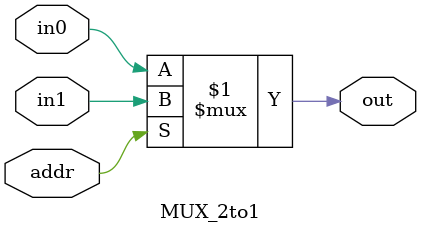
<source format=v>
module MUX_2to1(out,in0,in1,addr);
  parameter n=1;            	 //n is the number of input/output 
  output[n-1:0] out;
  input[n-1:0] in0,in1;	     
  input addr;
	assign out=addr?in1:in0;     // if  addr=1，out=in1, or out=in0
endmodule
</source>
